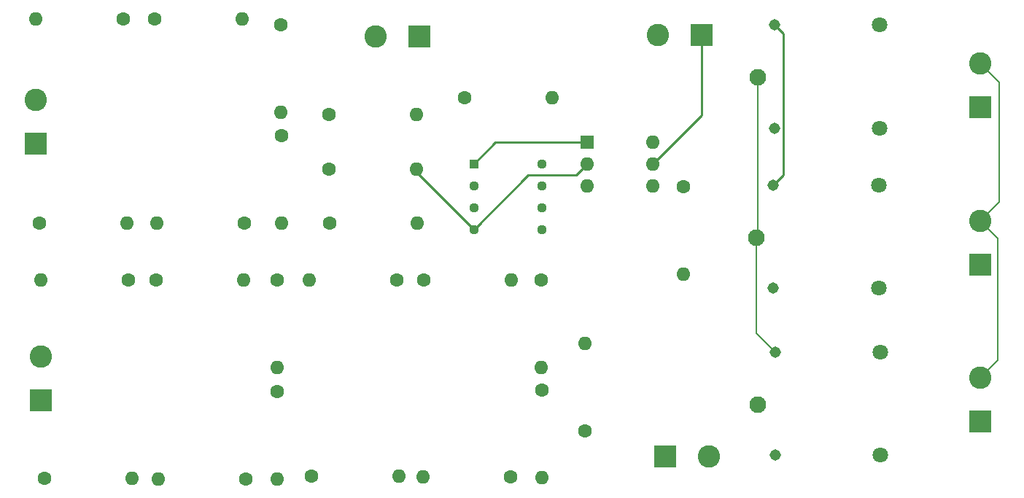
<source format=gbr>
%TF.GenerationSoftware,KiCad,Pcbnew,7.0.5*%
%TF.CreationDate,2023-11-27T09:45:35+05:30*%
%TF.ProjectId,Precharge circuit,50726563-6861-4726-9765-206369726375,rev?*%
%TF.SameCoordinates,Original*%
%TF.FileFunction,Copper,L2,Bot*%
%TF.FilePolarity,Positive*%
%FSLAX46Y46*%
G04 Gerber Fmt 4.6, Leading zero omitted, Abs format (unit mm)*
G04 Created by KiCad (PCBNEW 7.0.5) date 2023-11-27 09:45:35*
%MOMM*%
%LPD*%
G01*
G04 APERTURE LIST*
%TA.AperFunction,ComponentPad*%
%ADD10R,1.600000X1.600000*%
%TD*%
%TA.AperFunction,ComponentPad*%
%ADD11O,1.600000X1.600000*%
%TD*%
%TA.AperFunction,ComponentPad*%
%ADD12C,1.600000*%
%TD*%
%TA.AperFunction,ComponentPad*%
%ADD13C,1.800000*%
%TD*%
%TA.AperFunction,ComponentPad*%
%ADD14C,1.308000*%
%TD*%
%TA.AperFunction,ComponentPad*%
%ADD15C,1.950000*%
%TD*%
%TA.AperFunction,ComponentPad*%
%ADD16R,2.600000X2.600000*%
%TD*%
%TA.AperFunction,ComponentPad*%
%ADD17C,2.600000*%
%TD*%
%TA.AperFunction,ComponentPad*%
%ADD18R,1.130000X1.130000*%
%TD*%
%TA.AperFunction,ComponentPad*%
%ADD19C,1.130000*%
%TD*%
%TA.AperFunction,Conductor*%
%ADD20C,0.200000*%
%TD*%
%TA.AperFunction,Conductor*%
%ADD21C,0.250000*%
%TD*%
G04 APERTURE END LIST*
D10*
%TO.P,U2,1*%
%TO.N,Net-(IC1-1OUT)*%
X101356000Y-50992800D03*
D11*
%TO.P,U2,2*%
%TO.N,GND*%
X101356000Y-53532800D03*
%TO.P,U2,3,NC*%
%TO.N,unconnected-(U2-NC-Pad3)*%
X101356000Y-56072800D03*
%TO.P,U2,4*%
%TO.N,rpower*%
X108976000Y-56072800D03*
%TO.P,U2,5*%
%TO.N,VCC*%
X108976000Y-53532800D03*
%TO.P,U2,6*%
%TO.N,unconnected-(U2-Pad6)*%
X108976000Y-50992800D03*
%TD*%
D12*
%TO.P,R25,1*%
%TO.N,+12V*%
X71424800Y-47777400D03*
D11*
%TO.P,R25,2*%
%TO.N,Net-(IC1-1IN-)*%
X81584800Y-47777400D03*
%TD*%
%TO.P,R24,2*%
%TO.N,GND*%
X81584800Y-54127400D03*
D12*
%TO.P,R24,1*%
%TO.N,Net-(IC1-1IN+)*%
X71424800Y-54127400D03*
%TD*%
%TO.P,R23,1*%
%TO.N,Net-(R12-Pad1)*%
X92481400Y-89814400D03*
D11*
%TO.P,R23,2*%
%TO.N,Net-(R19-Pad2)*%
X82321400Y-89814400D03*
%TD*%
D12*
%TO.P,R22,1*%
%TO.N,Net-(R21-Pad2)*%
X96088200Y-79705200D03*
D11*
%TO.P,R22,2*%
%TO.N,Net-(R12-Pad1)*%
X96088200Y-89865200D03*
%TD*%
D12*
%TO.P,R21,1*%
%TO.N,Net-(R20-Pad2)*%
X96012000Y-66979800D03*
D11*
%TO.P,R21,2*%
%TO.N,Net-(R21-Pad2)*%
X96012000Y-77139800D03*
%TD*%
D12*
%TO.P,R20,1*%
%TO.N,Net-(R18-Pad1)*%
X82397600Y-66979800D03*
D11*
%TO.P,R20,2*%
%TO.N,Net-(R20-Pad2)*%
X92557600Y-66979800D03*
%TD*%
D12*
%TO.P,R19,1*%
%TO.N,GND*%
X69367400Y-89763600D03*
D11*
%TO.P,R19,2*%
%TO.N,Net-(R19-Pad2)*%
X79527400Y-89763600D03*
%TD*%
D12*
%TO.P,R18,1*%
%TO.N,Net-(R18-Pad1)*%
X79298800Y-66979800D03*
D11*
%TO.P,R18,2*%
%TO.N,Net-(R10-Pad1)*%
X69138800Y-66979800D03*
%TD*%
D12*
%TO.P,R17,1*%
%TO.N,Net-(R16-Pad2)*%
X61722000Y-90093800D03*
D11*
%TO.P,R17,2*%
%TO.N,Net-(R17-Pad2)*%
X51562000Y-90093800D03*
%TD*%
D12*
%TO.P,R16,1*%
%TO.N,Net-(R10-Pad2)*%
X65379600Y-79908400D03*
D11*
%TO.P,R16,2*%
%TO.N,Net-(R16-Pad2)*%
X65379600Y-90068400D03*
%TD*%
D12*
%TO.P,R14,1*%
%TO.N,rpower*%
X112572800Y-56108600D03*
D11*
%TO.P,R14,2*%
%TO.N,GND1*%
X112572800Y-66268600D03*
%TD*%
D12*
%TO.P,R13,1*%
%TO.N,Net-(IC1-1OUT)*%
X87096600Y-45770800D03*
D11*
%TO.P,R13,2*%
%TO.N,+12V*%
X97256600Y-45770800D03*
%TD*%
%TO.P,R12,2*%
%TO.N,Net-(IC1-1IN-)*%
X101066600Y-74345800D03*
D12*
%TO.P,R12,1*%
%TO.N,Net-(R12-Pad1)*%
X101066600Y-84505800D03*
%TD*%
%TO.P,R11,1*%
%TO.N,Net-(R11-Pad1)*%
X71475600Y-60350400D03*
D11*
%TO.P,R11,2*%
%TO.N,Net-(IC1-1IN+)*%
X81635600Y-60350400D03*
%TD*%
D12*
%TO.P,R10,1*%
%TO.N,Net-(R10-Pad1)*%
X65405000Y-66954400D03*
D11*
%TO.P,R10,2*%
%TO.N,Net-(R10-Pad2)*%
X65405000Y-77114400D03*
%TD*%
D12*
%TO.P,R9,1*%
%TO.N,Net-(R7-Pad1)*%
X51358800Y-66929000D03*
D11*
%TO.P,R9,2*%
%TO.N,Net-(R10-Pad1)*%
X61518800Y-66929000D03*
%TD*%
D12*
%TO.P,R8,1*%
%TO.N,GND*%
X38328600Y-90017600D03*
D11*
%TO.P,R8,2*%
%TO.N,Net-(R17-Pad2)*%
X48488600Y-90017600D03*
%TD*%
D12*
%TO.P,R7,1*%
%TO.N,Net-(R7-Pad1)*%
X48082200Y-66979800D03*
D11*
%TO.P,R7,2*%
%TO.N,Net-(J3-Pin_2)*%
X37922200Y-66979800D03*
%TD*%
D12*
%TO.P,R6,1*%
%TO.N,GND*%
X37795200Y-60350400D03*
D11*
%TO.P,R6,2*%
%TO.N,Net-(R5-Pad2)*%
X47955200Y-60350400D03*
%TD*%
D12*
%TO.P,R5,1*%
%TO.N,Net-(R11-Pad1)*%
X61595000Y-60350400D03*
D11*
%TO.P,R5,2*%
%TO.N,Net-(R5-Pad2)*%
X51435000Y-60350400D03*
%TD*%
D12*
%TO.P,R4,1*%
%TO.N,Net-(R3-Pad2)*%
X65862200Y-50215800D03*
D11*
%TO.P,R4,2*%
%TO.N,Net-(R11-Pad1)*%
X65862200Y-60375800D03*
%TD*%
%TO.P,R3,2*%
%TO.N,Net-(R3-Pad2)*%
X65786000Y-47523400D03*
D12*
%TO.P,R3,1*%
%TO.N,Net-(R2-Pad2)*%
X65786000Y-37363400D03*
%TD*%
D11*
%TO.P,R2,2*%
%TO.N,Net-(R2-Pad2)*%
X61341000Y-36652200D03*
D12*
%TO.P,R2,1*%
%TO.N,Net-(R1-Pad1)*%
X51181000Y-36652200D03*
%TD*%
D11*
%TO.P,R1,2*%
%TO.N,Net-(J1-Pin_2)*%
X37338000Y-36626800D03*
D12*
%TO.P,R1,1*%
%TO.N,Net-(R1-Pad1)*%
X47498000Y-36626800D03*
%TD*%
D13*
%TO.P,K3,NO*%
%TO.N,AIR-*%
X135390500Y-87305400D03*
D14*
%TO.P,K3,COIL1*%
%TO.N,SDC+*%
X123190500Y-75305400D03*
D15*
%TO.P,K3,COM*%
X121190500Y-81425400D03*
D13*
%TO.P,K3,NC*%
%TO.N,unconnected-(K3-PadNC)*%
X135390500Y-75305400D03*
D14*
%TO.P,K3,COIL2*%
%TO.N,GND1*%
X123190500Y-87305400D03*
%TD*%
D13*
%TO.P,K2,NO*%
%TO.N,AIR+*%
X135187300Y-67925200D03*
D14*
%TO.P,K2,COIL1*%
%TO.N,rpower*%
X122987300Y-55925200D03*
D15*
%TO.P,K2,COM*%
%TO.N,SDC+*%
X120987300Y-62045200D03*
D13*
%TO.P,K2,NC*%
%TO.N,unconnected-(K2-PadNC)*%
X135187300Y-55925200D03*
D14*
%TO.P,K2,COIL2*%
%TO.N,GND1*%
X122987300Y-67925200D03*
%TD*%
D13*
%TO.P,K1,NO*%
%TO.N,unconnected-(K1-PadNO)*%
X135339700Y-49332400D03*
D14*
%TO.P,K1,COIL1*%
%TO.N,rpower*%
X123139700Y-37332400D03*
D15*
%TO.P,K1,COM*%
%TO.N,SDC+*%
X121139700Y-43452400D03*
D13*
%TO.P,K1,NC*%
%TO.N,precharge*%
X135339700Y-37332400D03*
D14*
%TO.P,K1,COIL2*%
%TO.N,GND1*%
X123139700Y-49332400D03*
%TD*%
D16*
%TO.P,J8,1,Pin_1*%
%TO.N,+12V*%
X81915000Y-38709600D03*
D17*
%TO.P,J8,2,Pin_2*%
%TO.N,GND*%
X76835000Y-38709600D03*
%TD*%
D16*
%TO.P,J7,1,Pin_1*%
%TO.N,AIR-*%
X146989800Y-83362800D03*
D17*
%TO.P,J7,2,Pin_2*%
%TO.N,SDC-*%
X146989800Y-78282800D03*
%TD*%
D16*
%TO.P,J6,1,Pin_1*%
%TO.N,precharge*%
X146964400Y-46888400D03*
D17*
%TO.P,J6,2,Pin_2*%
%TO.N,SDC-*%
X146964400Y-41808400D03*
%TD*%
D16*
%TO.P,J5,1,Pin_1*%
%TO.N,AIR+*%
X146989800Y-65151000D03*
D17*
%TO.P,J5,2,Pin_2*%
%TO.N,SDC-*%
X146989800Y-60071000D03*
%TD*%
%TO.P,J4,2,Pin_2*%
%TO.N,SDC-*%
X115463400Y-87452400D03*
D16*
%TO.P,J4,1,Pin_1*%
%TO.N,SDC+*%
X110383400Y-87452400D03*
%TD*%
%TO.P,J3,1,Pin_1*%
%TO.N,GND*%
X37922400Y-80904000D03*
D17*
%TO.P,J3,2,Pin_2*%
%TO.N,Net-(J3-Pin_2)*%
X37922400Y-75824000D03*
%TD*%
D16*
%TO.P,J2,1,Pin_1*%
%TO.N,VCC*%
X114655600Y-38531800D03*
D17*
%TO.P,J2,2,Pin_2*%
%TO.N,GND1*%
X109575600Y-38531800D03*
%TD*%
%TO.P,J1,2,Pin_2*%
%TO.N,Net-(J1-Pin_2)*%
X37338200Y-46029800D03*
D16*
%TO.P,J1,1,Pin_1*%
%TO.N,GND*%
X37338200Y-51109800D03*
%TD*%
D18*
%TO.P,IC1,1,1OUT*%
%TO.N,Net-(IC1-1OUT)*%
X88206600Y-53467000D03*
D19*
%TO.P,IC1,2,1IN-*%
%TO.N,Net-(IC1-1IN-)*%
X88206600Y-56007000D03*
%TO.P,IC1,3,1IN+*%
%TO.N,Net-(IC1-1IN+)*%
X88206600Y-58547000D03*
%TO.P,IC1,4,GND*%
%TO.N,GND*%
X88206600Y-61087000D03*
%TO.P,IC1,5,2IN+*%
%TO.N,unconnected-(IC1-2IN+-Pad5)*%
X96146600Y-61087000D03*
%TO.P,IC1,6,2IN-*%
%TO.N,unconnected-(IC1-2IN--Pad6)*%
X96146600Y-58547000D03*
%TO.P,IC1,7,2OUT*%
%TO.N,unconnected-(IC1-2OUT-Pad7)*%
X96146600Y-56007000D03*
%TO.P,IC1,8,VCC*%
%TO.N,+12V*%
X96146600Y-53467000D03*
%TD*%
D20*
%TO.N,SDC-*%
X149021800Y-62103000D02*
X146989800Y-60071000D01*
X146989800Y-78282800D02*
X149021800Y-76250800D01*
X149021800Y-76250800D02*
X149021800Y-62103000D01*
X149199600Y-44043600D02*
X146964400Y-41808400D01*
X149199600Y-57861200D02*
X149199600Y-44043600D01*
X146989800Y-60071000D02*
X149199600Y-57861200D01*
D21*
%TO.N,rpower*%
X124118700Y-54793800D02*
X124118700Y-38311400D01*
X124118700Y-38311400D02*
X123139700Y-37332400D01*
X122987300Y-55925200D02*
X124118700Y-54793800D01*
D20*
%TO.N,SDC+*%
X120987300Y-73102200D02*
X123190500Y-75305400D01*
X120987300Y-62045200D02*
X120987300Y-73102200D01*
X121139700Y-61892800D02*
X120987300Y-62045200D01*
X121139700Y-43452400D02*
X121139700Y-61892800D01*
D21*
%TO.N,VCC*%
X114655600Y-47853200D02*
X114655600Y-38531800D01*
X108976000Y-53532800D02*
X114655600Y-47853200D01*
%TO.N,GND*%
X100101000Y-54787800D02*
X101356000Y-53532800D01*
X94505800Y-54787800D02*
X100101000Y-54787800D01*
X88206600Y-61087000D02*
X94505800Y-54787800D01*
X81584800Y-54465200D02*
X81584800Y-54127400D01*
X88206600Y-61087000D02*
X81584800Y-54465200D01*
%TO.N,Net-(IC1-1OUT)*%
X90680800Y-50992800D02*
X101356000Y-50992800D01*
X88206600Y-53467000D02*
X90680800Y-50992800D01*
%TD*%
M02*

</source>
